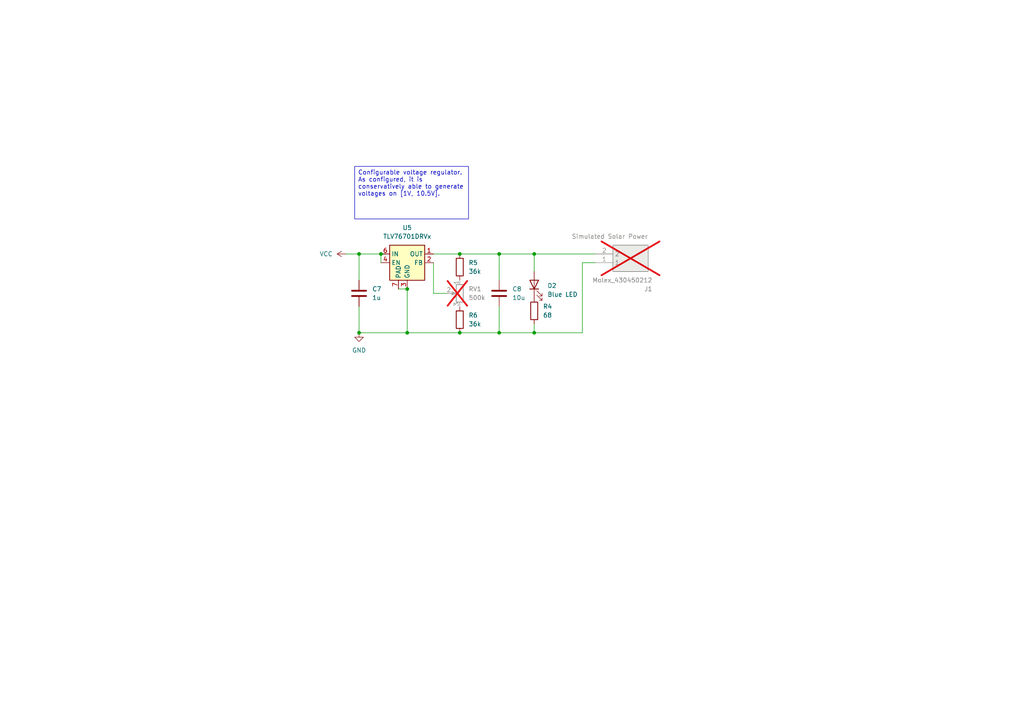
<source format=kicad_sch>
(kicad_sch (version 20230121) (generator eeschema)
  (paper "A4")
  (lib_symbols
    (symbol "Device:C" (pin_numbers hide) (pin_names (offset 0.254))
      (property "Reference" "C" (at 0.635 2.54 0))
      (property "Value" "C" (at 0.635 -2.54 0))
      (symbol "C_0_1"
        (polyline (pts (xy -2.032 -0.762) (xy 2.032 -0.762)) (stroke (width 0.508)))
        (polyline (pts (xy -2.032 0.762) (xy 2.032 0.762)) (stroke (width 0.508)))
      )
      (symbol "C_1_1"
        (pin passive line (at 0 3.81 270) (length 2.794) (name "~") (number "1"))
        (pin passive line (at 0 -3.81 90) (length 2.794) (name "~") (number "2"))
      )
    )
    (symbol "Device:LED" (pin_numbers hide) (pin_names (offset 1.016) hide)
      (property "Reference" "D" (at 0 2.54 0))
      (property "Value" "LED" (at 0 -2.54 0))
      (symbol "LED_0_1"
        (polyline (pts (xy -1.27 -1.27) (xy -1.27 1.27)) (stroke (width 0.254)))
        (polyline (pts (xy -1.27 0) (xy 1.27 0)))
        (polyline (pts (xy 1.27 -1.27) (xy 1.27 1.27) (xy -1.27 0) (xy 1.27 -1.27)) (stroke (width 0.254)))
        (polyline (pts (xy -3.048 -0.762) (xy -4.572 -2.286) (xy -3.81 -2.286) (xy -4.572 -2.286) (xy -4.572 -1.524)))
        (polyline (pts (xy -1.778 -0.762) (xy -3.302 -2.286) (xy -2.54 -2.286) (xy -3.302 -2.286) (xy -3.302 -1.524)))
      )
      (symbol "LED_1_1"
        (pin passive line (at -3.81 0 0) (length 2.54) (name "K") (number "1"))
        (pin passive line (at 3.81 0 180) (length 2.54) (name "A") (number "2"))
      )
    )
    (symbol "Device:R" (pin_numbers hide) (pin_names (offset 0))
      (property "Reference" "R" (at 2.032 0 90))
      (property "Value" "R" (at 0 0 90))
      (symbol "R_0_1"
        (rectangle (start -1.016 -2.54) (end 1.016 2.54) (stroke (width 0.254)))
      )
      (symbol "R_1_1"
        (pin passive line (at 0 3.81 270) (length 1.27) (name "~") (number "1"))
        (pin passive line (at 0 -3.81 90) (length 1.27) (name "~") (number "2"))
      )
    )
    (symbol "Device:R_Potentiometer" (pin_names (offset 1.016) hide)
      (property "Reference" "RV" (at -4.445 0 90))
      (property "Value" "R_Potentiometer" (at -2.54 0 90))
      (symbol "R_Potentiometer_0_1"
        (polyline (pts (xy 2.54 0) (xy 1.524 0)))
        (polyline (pts (xy 1.143 0) (xy 2.286 0.508) (xy 2.286 -0.508) (xy 1.143 0)) (fill (type outline)))
        (rectangle (start 1.016 2.54) (end -1.016 -2.54) (stroke (width 0.254)))
      )
      (symbol "R_Potentiometer_1_1"
        (pin passive line (at 0 3.81 270) (length 1.27) (name "1") (number "1"))
        (pin passive line (at 3.81 0 180) (length 1.27) (name "2") (number "2"))
        (pin passive line (at 0 -3.81 90) (length 1.27) (name "3") (number "3"))
      )
    )
    (symbol "JST B02B-XASK-1 (LF)(SN):B02B-XASK-1__LF__SN_"
      (property "Reference" "J" (at 16.51 7.62 0))
      (property "Value" "B02B-XASK-1__LF__SN_" (at 16.51 5.08 0))
      (symbol "B02B-XASK-1__LF__SN__1_1"
        (rectangle (start 5.08 2.54) (end 15.24 -5.08) (stroke (width 0.254)) (fill (type background)))
        (pin passive line (at 0 -2.54 0) (length 5.08) (name "1") (number "1"))
        (pin passive line (at 0 0 0) (length 5.08) (name "2") (number "2"))
      )
    )
    (symbol "Regulator_Linear:TLV76701DRVx"
      (property "Reference" "U" (at 0 8.89 0))
      (property "Value" "TLV76701DRVx" (at 0 6.35 0))
      (symbol "TLV76701DRVx_0_1"
        (rectangle (start -5.08 -5.08) (end 5.08 5.08) (stroke (width 0.254)) (fill (type background)))
      )
      (symbol "TLV76701DRVx_1_1"
        (pin power_out line (at 7.62 2.54 180) (length 2.54) (name "OUT") (number "1"))
        (pin input line (at 7.62 0 180) (length 2.54) (name "FB") (number "2"))
        (pin power_in line (at 0 -7.62 90) (length 2.54) (name "GND") (number "3"))
        (pin input line (at -7.62 0 0) (length 2.54) (name "EN") (number "4"))
        (pin passive line (at 0 -7.62 90) (length 2.54) hide (name "GND") (number "5"))
        (pin power_in line (at -7.62 2.54 0) (length 2.54) (name "IN") (number "6"))
        (pin passive line (at -2.54 -7.62 90) (length 2.54) (name "PAD") (number "7"))
      )
    )
    (symbol "power:GND" (power) (pin_names (offset 0))
      (property "Value" "GND" (at 0 -3.81 0))
      (symbol "GND_0_1"
        (polyline (pts (xy 0 0) (xy 0 -1.27) (xy 1.27 -1.27) (xy 0 -2.54) (xy -1.27 -1.27) (xy 0 -1.27)))
      )
      (symbol "GND_1_1"
        (pin power_in line (at 0 0 270) (length 0) hide (name "GND") (number "1"))
      )
    )
    (symbol "power:VCC" (power) (pin_names (offset 0))
      (property "Value" "VCC" (at 0 3.81 0))
      (symbol "VCC_0_1"
        (polyline (pts (xy -0.762 1.27) (xy 0 2.54)))
        (polyline (pts (xy 0 0) (xy 0 2.54)))
        (polyline (pts (xy 0 2.54) (xy 0.762 1.27)))
      )
      (symbol "VCC_1_1"
        (pin power_in line (at 0 0 90) (length 0) hide (name "VCC") (number "1"))
      )
    )
  )
  (junction (at 133.35 96.52))
  (junction (at 144.78 73.66))
  (junction (at 154.94 96.52))
  (junction (at 104.14 96.52))
  (junction (at 104.14 73.66))
  (junction (at 133.35 73.66))
  (junction (at 118.11 83.82))
  (junction (at 118.11 96.52))
  (junction (at 110.49 73.66))
  (junction (at 154.94 73.66))
  (junction (at 144.78 96.52))
  (wire (pts (xy 125.73 73.66) (xy 133.35 73.66)))
  (wire (pts (xy 104.14 73.66) (xy 104.14 81.28)))
  (wire (pts (xy 168.91 76.2) (xy 172.72 76.2)))
  (wire (pts (xy 133.35 96.52) (xy 144.78 96.52)))
  (wire (pts (xy 154.94 73.66) (xy 172.72 73.66)))
  (wire (pts (xy 110.49 73.66) (xy 110.49 76.2)))
  (wire (pts (xy 133.35 73.66) (xy 144.78 73.66)))
  (wire (pts (xy 110.49 73.66) (xy 111.76 73.66)))
  (wire (pts (xy 144.78 96.52) (xy 154.94 96.52)))
  (wire (pts (xy 125.73 76.2) (xy 125.73 85.09)))
  (wire (pts (xy 144.78 73.66) (xy 144.78 81.28)))
  (wire (pts (xy 104.14 73.66) (xy 110.49 73.66)))
  (wire (pts (xy 104.14 88.9) (xy 104.14 96.52)))
  (wire (pts (xy 154.94 78.74) (xy 154.94 73.66)))
  (wire (pts (xy 115.57 83.82) (xy 118.11 83.82)))
  (wire (pts (xy 154.94 96.52) (xy 154.94 93.98)))
  (wire (pts (xy 100.33 73.66) (xy 104.14 73.66)))
  (wire (pts (xy 168.91 96.52) (xy 168.91 76.2)))
  (wire (pts (xy 144.78 88.9) (xy 144.78 96.52)))
  (wire (pts (xy 104.14 96.52) (xy 118.11 96.52)))
  (wire (pts (xy 144.78 73.66) (xy 154.94 73.66)))
  (wire (pts (xy 154.94 96.52) (xy 168.91 96.52)))
  (wire (pts (xy 125.73 85.09) (xy 129.54 85.09)))
  (wire (pts (xy 118.11 83.82) (xy 118.11 96.52)))
  (wire (pts (xy 118.11 96.52) (xy 133.35 96.52)))
  (text_box "Configurable voltage regulator. As configured, it is conservatively able to generate voltages on [1V, 10.5V]." (at 102.87 48.26 0) (size 33.02 15.24) (effects (font (size 1.27 1.27)) (justify left top)))
  (symbol (lib_id "Device:C") (at 144.78 85.09 0) (unit 1)
    (property "Reference" "C8" (at 148.59 83.82 0) (effects (justify left)))
    (property "Value" "10u" (at 148.59 86.36 0) (effects (justify left)))
    (property "Footprint" "footprints:Nondescript_C_0603_1608Metric" (effects hide))
    (property "Active" "Y" (effects hide))
    (property "Specs" "3.3V" (effects hide))
    (property "MPN" "C344022" (effects hide))
    (property "Manufacturer" "Murata Electronics" (effects hide))
    (property "Manufacturer Part Number" "GRM188R61E106KA73D" (effects hide))
  )
  (symbol (lib_id "Device:R") (at 133.35 92.71 0) (unit 1)
    (property "Reference" "R6" (at 135.89 91.44 0) (effects (justify left)))
    (property "Value" "36k" (at 135.89 93.98 0) (effects (justify left)))
    (property "Footprint" "Resistor_SMD:R_0402_1005Metric" (effects hide))
    (property "MPN" "C852742" (effects hide))
    (property "Manufacturer" "YAGEO" (effects hide))
    (property "Manufacturer Part Number" "RT0402BRD0736KL" (effects hide))
    (property "Active" "Y" (effects hide))
  )
  (symbol (lib_id "power:VCC") (at 100.33 73.66 90) (unit 1)
    (property "Reference" "#PWR08" (effects hide))
    (property "Value" "VCC" (at 96.52 73.66 90) (effects (justify left)))
  )
  (symbol (lib_id "JST B02B-XASK-1 (LF)(SN):B02B-XASK-1__LF__SN_") (at 172.72 73.66 0) (unit 1) (dnp yes)
    (property "Reference" "J1" (at 189.23 83.82 0) (effects (justify right)))
    (property "Value" "Molex_430450212" (at 189.23 81.28 0) (effects (justify right)))
    (property "Footprint" "footprints:Molex_430450212" (effects hide))
    (property "Datasheet" "https://www.molex.com/en-us/products/part-detail/430450212" (effects hide))
    (property "Manufacturer_Name" "Molex" (effects hide))
    (property "Manufacturer_Part_Number" "430450212" (effects hide))
    (property "Purpose" "Simulated Solar Power" (at 187.96 68.58 0) (effects (justify right)))
    (property "MPN" "C293362" (effects hide))
    (property "Manufacturer" "Molex" (effects hide))
    (property "Manufacturer Part Number" "430450212" (effects hide))
    (property "Active" "Y" (effects hide))
  )
  (symbol (lib_id "Device:R_Potentiometer") (at 133.35 85.09 0) (mirror y) (unit 1) (dnp yes)
    (property "Reference" "RV1" (at 135.89 83.82 0) (effects (justify right)))
    (property "Value" "500k" (at 135.89 86.36 0) (effects (justify right)))
    (property "Footprint" "Potentiometer_THT:Potentiometer_Bourns_3339H_Vertical" (effects hide))
    (property "Manufacturer" "BOURNS" (effects hide))
    (property "Manufacturer Part Number" "3339H-1-504LF" (effects hide))
    (property "Tolerance" "20%" (effects hide))
    (property "Active" "Y" (effects hide))
  )
  (symbol (lib_id "Device:R") (at 133.35 77.47 0) (unit 1)
    (property "Reference" "R5" (at 135.89 76.2 0) (effects (justify left)))
    (property "Value" "36k" (at 135.89 78.74 0) (effects (justify left)))
    (property "Footprint" "Resistor_SMD:R_0402_1005Metric" (effects hide))
    (property "MPN" "C852742" (effects hide))
    (property "Manufacturer" "YAGEO" (effects hide))
    (property "Manufacturer Part Number" "RT0402BRD0736KL" (effects hide))
    (property "Active" "Y" (effects hide))
  )
  (symbol (lib_id "power:GND") (at 104.14 96.52 0) (mirror y) (unit 1)
    (property "Reference" "#PWR021" (effects hide))
    (property "Value" "GND" (at 104.14 101.6 0))
  )
  (symbol (lib_id "Regulator_Linear:TLV76701DRVx") (at 118.11 76.2 0) (unit 1)
    (property "Reference" "U5" (at 118.11 66.04 0))
    (property "Value" "TLV76701DRVx" (at 118.11 68.58 0))
    (property "Footprint" "Package_SON:WSON-6-1EP_2x2mm_P0.65mm_EP1x1.6mm_ThermalVias" (effects hide))
    (property "Datasheet" "www.ti.com/lit/gpn/TLV767" (effects hide))
    (property "Active" "Y" (effects hide))
    (property "MPN" "C2863998" (effects hide))
    (property "Manufacturer" "Texas Instruments" (effects hide))
    (property "Manufacturer Part Number" "TLV76701DRVR" (effects hide))
  )
  (symbol (lib_id "Device:LED") (at 154.94 82.55 90) (unit 1)
    (property "Reference" "D2" (at 158.75 82.8675 90) (effects (justify right)))
    (property "Value" "Blue LED" (at 158.75 85.4075 90) (effects (justify right)))
    (property "Footprint" "LED_SMD:LED_0603_1608Metric" (effects hide))
    (property "Active" "Y" (effects hide))
    (property "MPN" "C72041" (effects hide))
    (property "Manufacturer" "Everlight Elec" (effects hide))
    (property "Manufacturer Part Number" "19-217/BHC-ZL1M2RY/3T" (effects hide))
    (property "Purpose" "+3.3V Power Indicator" (effects hide))
  )
  (symbol (lib_id "Device:C") (at 104.14 85.09 0) (unit 1)
    (property "Reference" "C7" (at 107.95 83.82 0) (effects (justify left)))
    (property "Value" "1u" (at 107.95 86.36 0) (effects (justify left)))
    (property "Footprint" "Capacitor_SMD:C_0805_2012Metric" (effects hide))
    (property "MPN" "C726584" (effects hide))
    (property "Manufacturer" "YAGEO" (effects hide))
    (property "Manufacturer Part Number" "AC0805KKX7R9BB105" (effects hide))
    (property "Active" "Y" (effects hide))
    (property "Specs" "10V" (effects hide))
  )
  (symbol (lib_id "Device:R") (at 154.94 90.17 0) (unit 1)
    (property "Reference" "R4" (at 157.48 88.9 0) (effects (justify left)))
    (property "Value" "68" (at 157.48 91.44 0) (effects (justify left)))
    (property "Footprint" "Resistor_SMD:R_0402_1005Metric" (effects hide))
    (property "MPN" "C163455" (effects hide))
    (property "Manufacturer" "YAGEO" (effects hide))
    (property "Manufacturer Part Number" "RC0402FR-0768RL" (effects hide))
    (property "Active" "Y" (effects hide))
  )
)
</source>
